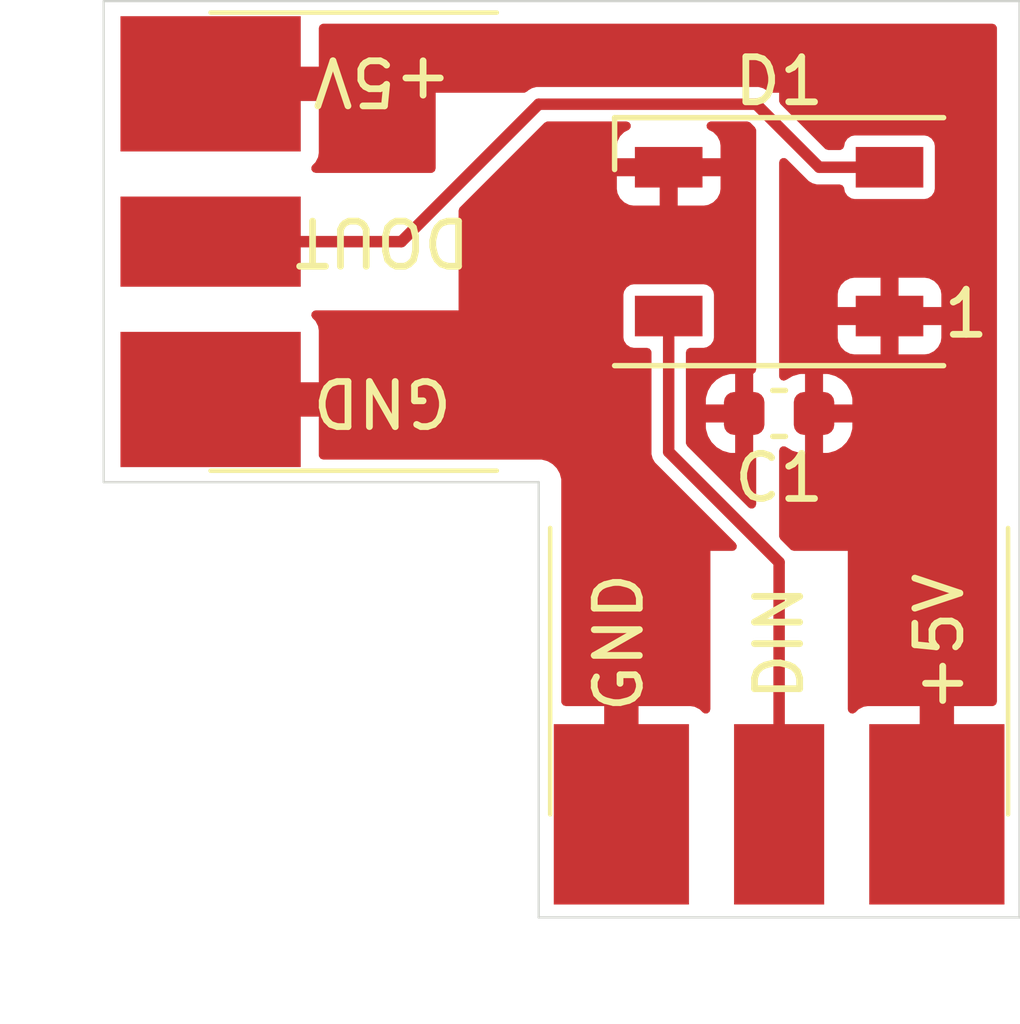
<source format=kicad_pcb>
(kicad_pcb (version 20240108) (generator "pcbnew") (generator_version "8.0")
  (layers (0 "F.Cu" signal) (31 "B.Cu" signal) (34 "B.Paste" user) (35 "F.Paste" user) (36 "B.SilkS" user "B.Silkscreen") (37 "F.SilkS" user "F.Silkscreen") (38 "B.Mask" user) (39 "F.Mask" user) (44 "Edge.Cuts" user))
  (net 0 "")
  (net 1 "Net-(D1-DIN)")
  (net 2 "Net-(D1-DOUT)")
  (net 3 "GND")
  (net 4 "+5V")
  (footprint "WS2812B_Strip:strip_end" (layer "F.Cu") (at 139.786 76.2 180)
    (property "Reference" "J2" (hide yes))
    (property "Value" "Conn_01x03")
    (fp_line (start 0 5.08) (end -6.35 5.08) (stroke (width 0.1)) (layer "F.SilkS"))
    (fp_line (start 0 -5.08) (end -6.35 -5.08) (stroke (width 0.1)) (layer "F.SilkS"))
    (fp_text user "GND" (at -3.81 -3.556 180) (layer "F.SilkS"))
    (fp_text user "+5V" (at -3.81 3.556 180) (layer "F.SilkS"))
    (fp_text user "DOUT" (at -3.81 0 180) (layer "F.SilkS"))
    (pad "1" smd rect (at 0 -3.5 180) (size 4 3) (layers "F.Cu" "F.Paste" "F.Mask") (net 3 "GND"))
    (pad "2" smd rect (at 0 0 180) (size 4 2) (layers "F.Cu" "F.Paste" "F.Mask") (net 2 "Net-(D1-DOUT)"))
    (pad "3" smd rect (at 0 3.5 180) (size 4 3) (layers "F.Cu" "F.Paste" "F.Mask") (net 4 "+5V"))
  )
  (footprint "Capacitor_SMD:C_0603_1608Metric" (layer "F.Cu") (at 152.4 80.01 180)
    (property "Reference" "C1" (at 0 -1.43 0) (layer "F.SilkS"))
    (property "Value" "1u")
    (fp_line (start -0.14058 0.51) (end 0.14058 0.51) (stroke (width 0.12)) (layer "F.SilkS"))
    (fp_line (start -0.14058 -0.51) (end 0.14058 -0.51) (stroke (width 0.12)) (layer "F.SilkS"))
    (pad "1" smd roundrect (at -0.775 0 180) (size 0.9 0.95) (layers "F.Cu" "F.Paste" "F.Mask") (net 4 "+5V"))
    (pad "2" smd roundrect (at 0.775 0 180) (size 0.9 0.95) (layers "F.Cu" "F.Paste" "F.Mask") (net 3 "GND"))
  )
  (footprint "WS2812B_Strip:strip_begin" (layer "F.Cu") (at 152.4 88.9 90)
    (property "Reference" "J1" (hide yes))
    (property "Value" "Conn_01x03")
    (fp_line (start 0 -5.08) (end 6.35 -5.08) (stroke (width 0.1)) (layer "F.SilkS"))
    (fp_line (start 0 5.08) (end 6.35 5.08) (stroke (width 0.1)) (layer "F.SilkS"))
    (fp_text user "+5V" (at 3.81 3.556 90) (layer "F.SilkS"))
    (fp_text user "GND" (at 3.81 -3.556 90) (layer "F.SilkS"))
    (fp_text user "DIN" (at 3.81 0 90) (layer "F.SilkS"))
    (pad "1" smd rect (at 0 -3.5 90) (size 4 3) (layers "F.Cu" "F.Paste" "F.Mask") (net 3 "GND"))
    (pad "2" smd rect (at 0 0 90) (size 4 2) (layers "F.Cu" "F.Paste" "F.Mask") (net 1 "Net-(D1-DIN)"))
    (pad "3" smd rect (at 0 3.5 90) (size 4 3) (layers "F.Cu" "F.Paste" "F.Mask") (net 4 "+5V"))
  )
  (footprint "LED_SMD:LED_WS2812B_PLCC4_5.0x5.0mm_P3.2mm" (layer "F.Cu") (at 152.4 76.2 180)
    (property "Reference" "D1" (at 0 3.556 0) (layer "F.SilkS"))
    (property "Value" "WS2812B")
    (fp_line (start 3.65 2.75) (end 3.65 1.6) (stroke (width 0.12)) (layer "F.SilkS"))
    (fp_line (start -3.65 2.75) (end 3.65 2.75) (stroke (width 0.12)) (layer "F.SilkS"))
    (fp_line (start -3.65 -2.75) (end 3.65 -2.75) (stroke (width 0.12)) (layer "F.SilkS"))
    (fp_text user "1" (at -4.15 -1.6 0) (layer "F.SilkS"))
    (pad "1" smd rect (at -2.45 -1.65 180) (size 1.5 0.9) (layers "F.Cu" "F.Paste" "F.Mask") (net 4 "+5V"))
    (pad "2" smd rect (at -2.45 1.65 180) (size 1.5 0.9) (layers "F.Cu" "F.Paste" "F.Mask") (net 2 "Net-(D1-DOUT)"))
    (pad "3" smd rect (at 2.45 1.65 180) (size 1.5 0.9) (layers "F.Cu" "F.Paste" "F.Mask") (net 3 "GND"))
    (pad "4" smd rect (at 2.45 -1.65 180) (size 1.5 0.9) (layers "F.Cu" "F.Paste" "F.Mask") (net 1 "Net-(D1-DIN)"))
  )
  (gr_line (start 147.066 81.534) (end 137.414 81.534) (stroke (width 0.05)) (layer "Edge.Cuts"))
  (gr_line (start 157.734 91.186) (end 157.734 70.866) (stroke (width 0.05)) (layer "Edge.Cuts"))
  (gr_line (start 137.414 70.866) (end 157.734 70.866) (stroke (width 0.05)) (layer "Edge.Cuts"))
  (gr_line (start 157.734 91.186) (end 147.066 91.186) (stroke (width 0.05)) (layer "Edge.Cuts"))
  (gr_line (start 137.414 70.866) (end 137.414 81.534) (stroke (width 0.05)) (layer "Edge.Cuts"))
  (gr_line (start 147.066 81.534) (end 147.066 91.186) (stroke (width 0.05)) (layer "Edge.Cuts"))
  (segment (start 149.95 80.862) (end 149.95 77.85) (width 0.254) (layer "F.Cu") (net 1))
  (segment (start 152.4 83.312) (end 149.95 80.862) (width 0.254) (layer "F.Cu") (net 1))
  (segment (start 152.4 88.9) (end 152.4 83.312) (width 0.254) (layer "F.Cu") (net 1))
  (segment (start 144.018 76.2) (end 139.786 76.2) (width 0.254) (layer "F.Cu") (net 2))
  (segment (start 154.85 74.55) (end 153.29 74.55) (width 0.254) (layer "F.Cu") (net 2))
  (segment (start 151.892 73.152) (end 147.066 73.152) (width 0.254) (layer "F.Cu") (net 2))
  (segment (start 153.29 74.55) (end 151.892 73.152) (width 0.254) (layer "F.Cu") (net 2))
  (segment (start 147.066 73.152) (end 144.018 76.2) (width 0.254) (layer "F.Cu") (net 2))
  (segment (start 148.336 80.772) (end 148.336 84.328) (width 0.762) (layer "F.Cu") (net 3))
  (segment (start 139.786 79.7) (end 147.264 79.7) (width 0.762) (layer "F.Cu") (net 3))
  (segment (start 147.264 79.7) (end 148.336 80.772) (width 0.762) (layer "F.Cu") (net 3))
  (segment (start 148.9 84.892) (end 148.9 88.9) (width 0.762) (layer "F.Cu") (net 3))
  (segment (start 148.336 84.328) (end 148.9 84.892) (width 0.762) (layer "F.Cu") (net 3))
  (segment (start 156.774 72.954) (end 155.956 72.136) (width 0.762) (layer "F.Cu") (net 4))
  (segment (start 155.9 80.574) (end 156.774 79.7) (width 0.762) (layer "F.Cu") (net 4))
  (segment (start 155.956 72.136) (end 144.018 72.136) (width 0.762) (layer "F.Cu") (net 4))
  (segment (start 143.454 72.7) (end 139.786 72.7) (width 0.762) (layer "F.Cu") (net 4))
  (segment (start 144.018 72.136) (end 143.454 72.7) (width 0.762) (layer "F.Cu") (net 4))
  (segment (start 156.774 79.7) (end 156.774 72.954) (width 0.762) (layer "F.Cu") (net 4))
  (segment (start 155.9 88.9) (end 155.9 80.574) (width 0.762) (layer "F.Cu") (net 4))
  (zone (net 4) (net_name "+5V") (layer "F.Cu") (connect_pads (clearance 0.254)) (min_thickness 0.2032) (fill yes (thermal_gap 0.4) (thermal_bridge_width 0.4))
    (polygon (pts (xy 157.734 91.186) (xy 153.924 91.186) (xy 153.924 83.058) (xy 152.4 83.058) (xy 152.4 72.898) (xy 144.78 72.898) (xy 144.78 74.676) (xy 137.414 74.676) (xy 137.414 70.866) (xy 157.734 70.866)))
  )
  (zone (net 3) (net_name "GND") (layer "F.Cu") (priority 1) (connect_pads (clearance 0.254)) (min_thickness 0.2032) (fill yes (thermal_gap 0.4) (thermal_bridge_width 0.4))
    (polygon (pts (xy 150.876 91.186) (xy 150.876 83.058) (xy 151.892 83.058) (xy 151.892 73.406) (xy 145.288 73.406) (xy 145.288 77.724) (xy 137.414 77.724) (xy 137.414 81.534) (xy 147.066 81.534) (xy 147.066 91.186)))
  )
)
</source>
